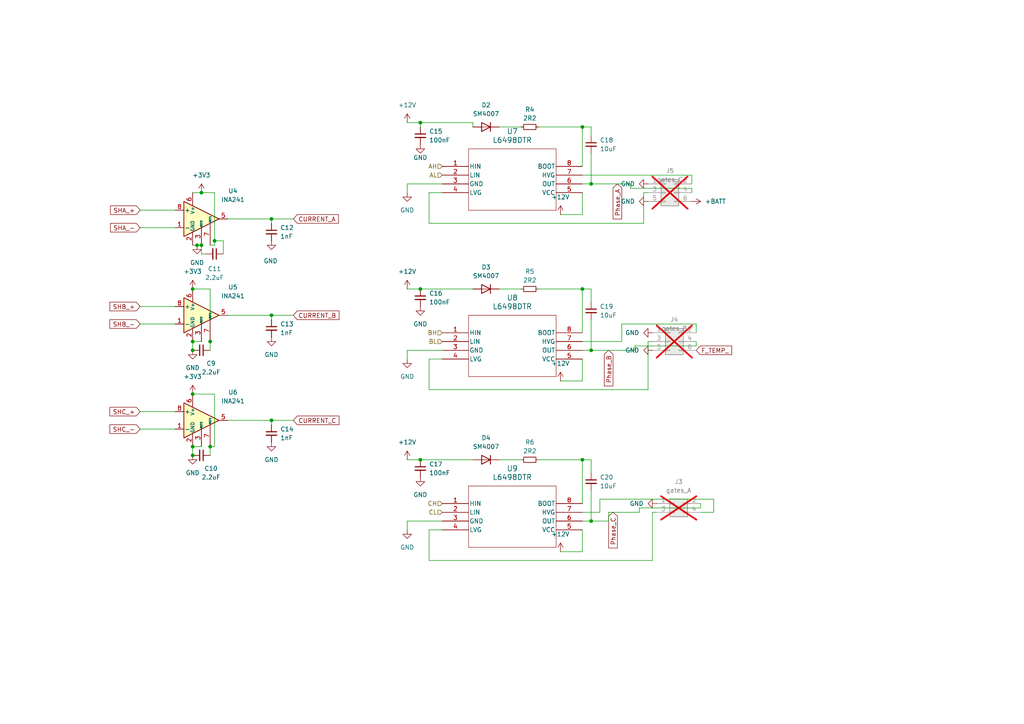
<source format=kicad_sch>
(kicad_sch (version 20250114) (generator "eeschema") (generator_version "9.0")
  (paper "A4")
  (lib_symbols
    (symbol "2024-07-24_06-31-23:L6498DTR" (pin_names (offset 0.254))
      (property "Reference" "U" (at 20.32 10.16 0))
      (property "Value" "L6498DTR" (at 20.32 7.62 0))
      (symbol "L6498DTR_0_1"
        (polyline (pts (xy 7.62 5.08) (xy 7.62 -12.7)) (stroke (width 0.127)))
        (polyline (pts (xy 7.62 -12.7) (xy 33.02 -12.7)) (stroke (width 0.127)))
        (polyline (pts (xy 33.02 5.08) (xy 7.62 5.08)) (stroke (width 0.127)))
        (polyline (pts (xy 33.02 -12.7) (xy 33.02 5.08)) (stroke (width 0.127)))
        (pin input line (at 0 0 0) (length 7.62) (name "HIN") (number "1"))
        (pin input line (at 0 -2.54 0) (length 7.62) (name "LIN") (number "2"))
        (pin power_out line (at 0 -5.08 0) (length 7.62) (name "GND") (number "3"))
        (pin output line (at 0 -7.62 0) (length 7.62) (name "LVG") (number "4"))
        (pin power_in line (at 40.64 0 180) (length 7.62) (name "BOOT") (number "8"))
        (pin output line (at 40.64 -2.54 180) (length 7.62) (name "HVG") (number "7"))
        (pin output line (at 40.64 -5.08 180) (length 7.62) (name "OUT") (number "6"))
        (pin power_in line (at 40.64 -7.62 180) (length 7.62) (name "VCC") (number "5"))
      )
    )
    (symbol "Amplifier_Current:INA240A1D" (pin_names (offset 0.127))
      (property "Reference" "U" (at 3.81 3.81 0))
      (property "Value" "INA240A1D" (at 3.81 -2.54 0))
      (symbol "INA240A1D_0_1"
        (polyline (pts (xy 5.08 0) (xy -5.08 5.08) (xy -5.08 -5.08) (xy 5.08 0)) (stroke (width 0.254)) (fill (type background)))
      )
      (symbol "INA240A1D_1_1"
        (pin input line (at -7.62 2.54 0) (length 2.54) (name "+") (number "8"))
        (pin input line (at -7.62 -2.54 0) (length 2.54) (name "-") (number "1"))
        (pin power_in line (at -2.54 7.62 270) (length 3.81) (name "V+") (number "6"))
        (pin power_in line (at -2.54 -7.62 90) (length 3.81) (name "GND") (number "2"))
        (pin passive line (at -2.54 -7.62 90) (length 3.81) (hide yes) (name "GND") (number "4"))
        (pin passive line (at 0 -7.62 90) (length 5.08) (name "REF2") (number "3"))
        (pin passive line (at 2.54 -7.62 90) (length 6.35) (name "REF1") (number "7"))
        (pin output line (at 7.62 0 180) (length 2.54) (name "~") (number "5"))
      )
    )
    (symbol "Connector_Generic:Conn_02x02_Odd_Even" (pin_names (offset 1.016) (hide yes))
      (property "Reference" "J" (at 1.27 2.54 0))
      (property "Value" "Conn_02x02_Odd_Even" (at 1.27 -5.08 0))
      (symbol "Conn_02x02_Odd_Even_1_1"
        (rectangle (start -1.27 1.27) (end 3.81 -3.81) (stroke (width 0.254)) (fill (type background)))
        (rectangle (start -1.27 0.127) (end 0 -0.127) (stroke (width 0.1524)))
        (rectangle (start -1.27 -2.413) (end 0 -2.667) (stroke (width 0.1524)))
        (rectangle (start 3.81 0.127) (end 2.54 -0.127) (stroke (width 0.1524)))
        (rectangle (start 3.81 -2.413) (end 2.54 -2.667) (stroke (width 0.1524)))
        (pin passive line (at -5.08 0 0) (length 3.81) (name "Pin_1") (number "1"))
        (pin passive line (at -5.08 -2.54 0) (length 3.81) (name "Pin_3") (number "3"))
        (pin passive line (at 7.62 0 180) (length 3.81) (name "Pin_2") (number "2"))
        (pin passive line (at 7.62 -2.54 180) (length 3.81) (name "Pin_4") (number "4"))
      )
    )
    (symbol "Connector_Generic:Conn_02x03_Odd_Even" (pin_names (offset 1.016) (hide yes))
      (property "Reference" "J" (at 1.27 5.08 0))
      (property "Value" "Conn_02x03_Odd_Even" (at 1.27 -5.08 0))
      (symbol "Conn_02x03_Odd_Even_1_1"
        (rectangle (start -1.27 3.81) (end 3.81 -3.81) (stroke (width 0.254)) (fill (type background)))
        (rectangle (start -1.27 2.667) (end 0 2.413) (stroke (width 0.1524)))
        (rectangle (start -1.27 0.127) (end 0 -0.127) (stroke (width 0.1524)))
        (rectangle (start -1.27 -2.413) (end 0 -2.667) (stroke (width 0.1524)))
        (rectangle (start 3.81 2.667) (end 2.54 2.413) (stroke (width 0.1524)))
        (rectangle (start 3.81 0.127) (end 2.54 -0.127) (stroke (width 0.1524)))
        (rectangle (start 3.81 -2.413) (end 2.54 -2.667) (stroke (width 0.1524)))
        (pin passive line (at -5.08 2.54 0) (length 3.81) (name "Pin_1") (number "1"))
        (pin passive line (at -5.08 0 0) (length 3.81) (name "Pin_3") (number "3"))
        (pin passive line (at -5.08 -2.54 0) (length 3.81) (name "Pin_5") (number "5"))
        (pin passive line (at 7.62 2.54 180) (length 3.81) (name "Pin_2") (number "2"))
        (pin passive line (at 7.62 0 180) (length 3.81) (name "Pin_4") (number "4"))
        (pin passive line (at 7.62 -2.54 180) (length 3.81) (name "Pin_6") (number "6"))
      )
    )
    (symbol "Device:C_Small" (pin_numbers (hide yes)) (pin_names (offset 0.254) (hide yes))
      (property "Reference" "C" (at 0.254 1.778 0))
      (property "Value" "C_Small" (at 0.254 -2.032 0))
      (symbol "C_Small_0_1"
        (polyline (pts (xy -1.524 0.508) (xy 1.524 0.508)) (stroke (width 0.3048)))
        (polyline (pts (xy -1.524 -0.508) (xy 1.524 -0.508)) (stroke (width 0.3302)))
      )
      (symbol "C_Small_1_1"
        (pin passive line (at 0 2.54 270) (length 2.032) (name "~") (number "1"))
        (pin passive line (at 0 -2.54 90) (length 2.032) (name "~") (number "2"))
      )
    )
    (symbol "Device:R_Small" (pin_numbers (hide yes)) (pin_names (offset 0.254) (hide yes))
      (property "Reference" "R" (at 0.762 0.508 0))
      (property "Value" "R_Small" (at 0.762 -1.016 0))
      (symbol "R_Small_0_1"
        (rectangle (start -0.762 1.778) (end 0.762 -1.778) (stroke (width 0.2032)))
      )
      (symbol "R_Small_1_1"
        (pin passive line (at 0 2.54 270) (length 0.762) (name "~") (number "1"))
        (pin passive line (at 0 -2.54 90) (length 0.762) (name "~") (number "2"))
      )
    )
    (symbol "Diode:SM4007" (pin_numbers (hide yes)) (pin_names (hide yes))
      (property "Reference" "D" (at 0 2.54 0))
      (property "Value" "SM4007" (at 0 -2.54 0))
      (symbol "SM4007_0_1"
        (polyline (pts (xy -1.27 1.27) (xy -1.27 -1.27)) (stroke (width 0.254)))
        (polyline (pts (xy 1.27 1.27) (xy 1.27 -1.27) (xy -1.27 0) (xy 1.27 1.27)) (stroke (width 0.254)))
        (polyline (pts (xy 1.27 0) (xy -1.27 0)))
      )
      (symbol "SM4007_1_1"
        (pin passive line (at -3.81 0 0) (length 2.54) (name "K") (number "1"))
        (pin passive line (at 3.81 0 180) (length 2.54) (name "A") (number "2"))
      )
    )
    (symbol "power:+12V" (power) (pin_numbers (hide yes)) (pin_names (offset 0) (hide yes))
      (property "Value" "+12V" (at 0 3.556 0))
      (symbol "+12V_0_1"
        (polyline (pts (xy -0.762 1.27) (xy 0 2.54)))
        (polyline (pts (xy 0 2.54) (xy 0.762 1.27)))
        (polyline (pts (xy 0 0) (xy 0 2.54)))
      )
      (symbol "+12V_1_1"
        (pin power_in line (at 0 0 90) (length 0) (name "~") (number "1"))
      )
    )
    (symbol "power:+3V3" (power) (pin_numbers (hide yes)) (pin_names (offset 0) (hide yes))
      (property "Value" "+3V3" (at 0 3.556 0))
      (symbol "+3V3_0_1"
        (polyline (pts (xy -0.762 1.27) (xy 0 2.54)))
        (polyline (pts (xy 0 2.54) (xy 0.762 1.27)))
        (polyline (pts (xy 0 0) (xy 0 2.54)))
      )
      (symbol "+3V3_1_1"
        (pin power_in line (at 0 0 90) (length 0) (name "~") (number "1"))
      )
    )
    (symbol "power:+BATT" (power) (pin_numbers (hide yes)) (pin_names (offset 0) (hide yes))
      (property "Value" "+BATT" (at 0 3.556 0))
      (symbol "+BATT_0_1"
        (polyline (pts (xy -0.762 1.27) (xy 0 2.54)))
        (polyline (pts (xy 0 2.54) (xy 0.762 1.27)))
        (polyline (pts (xy 0 0) (xy 0 2.54)))
      )
      (symbol "+BATT_1_1"
        (pin power_in line (at 0 0 90) (length 0) (name "~") (number "1"))
      )
    )
    (symbol "power:GND" (power) (pin_numbers (hide yes)) (pin_names (offset 0) (hide yes))
      (property "Value" "GND" (at 0 -3.81 0))
      (symbol "GND_0_1"
        (polyline (pts (xy 0 0) (xy 0 -1.27) (xy 1.27 -1.27) (xy 0 -2.54) (xy -1.27 -1.27) (xy 0 -1.27)))
      )
      (symbol "GND_1_1"
        (pin power_in line (at 0 0 270) (length 0) (name "~") (number "1"))
      )
    )
  )
  (junction (at 55.88 114.3))
  (junction (at 171.45 53.34))
  (junction (at 78.74 121.92))
  (junction (at 58.42 55.88))
  (junction (at 55.88 99.06))
  (junction (at 121.92 83.82))
  (junction (at 60.96 129.54))
  (junction (at 78.74 91.44))
  (junction (at 168.91 83.82))
  (junction (at 57.15 71.12))
  (junction (at 121.92 133.35))
  (junction (at 58.42 71.12))
  (junction (at 78.74 63.5))
  (junction (at 60.96 99.06))
  (junction (at 168.91 36.83))
  (junction (at 171.45 101.6))
  (junction (at 55.88 83.82))
  (junction (at 55.88 132.08))
  (junction (at 55.88 129.54))
  (junction (at 55.88 101.6))
  (junction (at 62.23 69.85))
  (junction (at 168.91 133.35))
  (junction (at 171.45 151.13))
  (junction (at 121.92 35.56))
  (wire (pts (xy 124.46 55.88) (xy 128.27 55.88)))
  (wire (pts (xy 78.74 121.92) (xy 85.09 121.92)))
  (wire (pts (xy 185.42 147.32) (xy 203.2 147.32)))
  (wire (pts (xy 168.91 50.8) (xy 200.66 50.8)))
  (wire (pts (xy 60.96 83.82) (xy 55.88 83.82)))
  (wire (pts (xy 124.46 162.56) (xy 189.23 162.56)))
  (wire (pts (xy 78.74 63.5) (xy 78.74 64.77)))
  (wire (pts (xy 78.74 63.5) (xy 85.09 63.5)))
  (wire (pts (xy 186.69 55.88) (xy 186.69 64.77)))
  (wire (pts (xy 176.53 148.59) (xy 185.42 148.59)))
  (wire (pts (xy 118.11 83.82) (xy 121.92 83.82)))
  (wire (pts (xy 171.45 36.83) (xy 171.45 39.37)))
  (wire (pts (xy 55.88 114.3) (xy 62.23 114.3)))
  (wire (pts (xy 62.23 69.85) (xy 62.23 71.12)))
  (wire (pts (xy 55.88 99.06) (xy 55.88 101.6)))
  (wire (pts (xy 121.92 83.82) (xy 137.16 83.82)))
  (wire (pts (xy 156.21 83.82) (xy 168.91 83.82)))
  (wire (pts (xy 201.93 100.33) (xy 201.93 99.06)))
  (wire (pts (xy 171.45 53.34) (xy 182.88 53.34)))
  (wire (pts (xy 62.23 71.12) (xy 60.96 71.12)))
  (wire (pts (xy 124.46 64.77) (xy 186.69 64.77)))
  (wire (pts (xy 189.23 99.06) (xy 187.96 99.06)))
  (wire (pts (xy 168.91 99.06) (xy 180.34 99.06)))
  (wire (pts (xy 168.91 55.88) (xy 168.91 62.23)))
  (wire (pts (xy 62.23 129.54) (xy 60.96 129.54)))
  (wire (pts (xy 168.91 148.59) (xy 173.99 148.59)))
  (wire (pts (xy 55.88 129.54) (xy 58.42 129.54)))
  (wire (pts (xy 173.99 144.78) (xy 173.99 148.59)))
  (wire (pts (xy 55.88 71.12) (xy 57.15 71.12)))
  (wire (pts (xy 64.77 69.85) (xy 64.77 73.66)))
  (wire (pts (xy 184.15 100.33) (xy 201.93 100.33)))
  (wire (pts (xy 168.91 110.49) (xy 162.56 110.49)))
  (wire (pts (xy 66.04 63.5) (xy 78.74 63.5)))
  (wire (pts (xy 118.11 53.34) (xy 118.11 55.88)))
  (wire (pts (xy 40.64 88.9) (xy 50.8 88.9)))
  (wire (pts (xy 189.23 148.59) (xy 190.5 148.59)))
  (wire (pts (xy 168.91 83.82) (xy 171.45 83.82)))
  (wire (pts (xy 176.53 151.13) (xy 171.45 151.13)))
  (wire (pts (xy 118.11 101.6) (xy 118.11 104.14)))
  (wire (pts (xy 62.23 69.85) (xy 64.77 69.85)))
  (wire (pts (xy 78.74 91.44) (xy 85.09 91.44)))
  (wire (pts (xy 137.16 35.56) (xy 137.16 36.83)))
  (wire (pts (xy 144.78 133.35) (xy 151.13 133.35)))
  (wire (pts (xy 168.91 151.13) (xy 171.45 151.13)))
  (wire (pts (xy 189.23 148.59) (xy 189.23 162.56)))
  (wire (pts (xy 57.15 71.12) (xy 58.42 71.12)))
  (wire (pts (xy 171.45 133.35) (xy 171.45 137.16)))
  (wire (pts (xy 124.46 113.03) (xy 187.96 113.03)))
  (wire (pts (xy 168.91 153.67) (xy 168.91 160.02)))
  (wire (pts (xy 40.64 124.46) (xy 50.8 124.46)))
  (wire (pts (xy 176.53 151.13) (xy 176.53 148.59)))
  (wire (pts (xy 168.91 36.83) (xy 171.45 36.83)))
  (wire (pts (xy 168.91 133.35) (xy 168.91 146.05)))
  (wire (pts (xy 118.11 151.13) (xy 118.11 153.67)))
  (wire (pts (xy 168.91 160.02) (xy 162.56 160.02)))
  (wire (pts (xy 201.93 93.98) (xy 201.93 96.52)))
  (wire (pts (xy 200.66 55.88) (xy 200.66 54.61)))
  (wire (pts (xy 207.01 144.78) (xy 173.99 144.78)))
  (wire (pts (xy 78.74 91.44) (xy 78.74 92.71)))
  (wire (pts (xy 200.66 54.61) (xy 182.88 54.61)))
  (wire (pts (xy 185.42 148.59) (xy 185.42 147.32)))
  (wire (pts (xy 60.96 99.06) (xy 60.96 83.82)))
  (wire (pts (xy 121.92 35.56) (xy 121.92 36.83)))
  (wire (pts (xy 124.46 153.67) (xy 128.27 153.67)))
  (wire (pts (xy 203.2 146.05) (xy 203.2 147.32)))
  (wire (pts (xy 168.91 133.35) (xy 171.45 133.35)))
  (wire (pts (xy 187.96 99.06) (xy 187.96 113.03)))
  (wire (pts (xy 156.21 36.83) (xy 168.91 36.83)))
  (wire (pts (xy 168.91 62.23) (xy 162.56 62.23)))
  (wire (pts (xy 124.46 104.14) (xy 128.27 104.14)))
  (wire (pts (xy 118.11 133.35) (xy 121.92 133.35)))
  (wire (pts (xy 60.96 99.06) (xy 60.96 101.6)))
  (wire (pts (xy 207.01 148.59) (xy 207.01 144.78)))
  (wire (pts (xy 182.88 53.34) (xy 182.88 54.61)))
  (wire (pts (xy 121.92 35.56) (xy 137.16 35.56)))
  (wire (pts (xy 40.64 66.04) (xy 50.8 66.04)))
  (wire (pts (xy 180.34 93.98) (xy 201.93 93.98)))
  (wire (pts (xy 55.88 129.54) (xy 55.88 132.08)))
  (wire (pts (xy 184.15 101.6) (xy 184.15 100.33)))
  (wire (pts (xy 144.78 83.82) (xy 151.13 83.82)))
  (wire (pts (xy 60.96 129.54) (xy 60.96 132.08)))
  (wire (pts (xy 184.15 101.6) (xy 171.45 101.6)))
  (wire (pts (xy 121.92 133.35) (xy 137.16 133.35)))
  (wire (pts (xy 58.42 71.12) (xy 58.42 73.66)))
  (wire (pts (xy 200.66 53.34) (xy 200.66 50.8)))
  (wire (pts (xy 168.91 53.34) (xy 171.45 53.34)))
  (wire (pts (xy 168.91 101.6) (xy 171.45 101.6)))
  (wire (pts (xy 40.64 93.98) (xy 50.8 93.98)))
  (wire (pts (xy 168.91 36.83) (xy 168.91 48.26)))
  (wire (pts (xy 55.88 99.06) (xy 58.42 99.06)))
  (wire (pts (xy 78.74 121.92) (xy 78.74 123.19)))
  (wire (pts (xy 40.64 60.96) (xy 50.8 60.96)))
  (wire (pts (xy 118.11 35.56) (xy 121.92 35.56)))
  (wire (pts (xy 187.96 55.88) (xy 186.69 55.88)))
  (wire (pts (xy 171.45 142.24) (xy 171.45 151.13)))
  (wire (pts (xy 171.45 83.82) (xy 171.45 87.63)))
  (wire (pts (xy 168.91 83.82) (xy 168.91 96.52)))
  (wire (pts (xy 128.27 53.34) (xy 118.11 53.34)))
  (wire (pts (xy 62.23 55.88) (xy 58.42 55.88)))
  (wire (pts (xy 171.45 44.45) (xy 171.45 53.34)))
  (wire (pts (xy 156.21 133.35) (xy 168.91 133.35)))
  (wire (pts (xy 128.27 101.6) (xy 118.11 101.6)))
  (wire (pts (xy 180.34 93.98) (xy 180.34 99.06)))
  (wire (pts (xy 203.2 148.59) (xy 207.01 148.59)))
  (wire (pts (xy 128.27 151.13) (xy 118.11 151.13)))
  (wire (pts (xy 62.23 55.88) (xy 62.23 69.85)))
  (wire (pts (xy 58.42 73.66) (xy 59.69 73.66)))
  (wire (pts (xy 124.46 104.14) (xy 124.46 113.03)))
  (wire (pts (xy 124.46 162.56) (xy 124.46 153.67)))
  (wire (pts (xy 58.42 55.88) (xy 55.88 55.88)))
  (wire (pts (xy 62.23 114.3) (xy 62.23 129.54)))
  (wire (pts (xy 40.64 119.38) (xy 50.8 119.38)))
  (wire (pts (xy 124.46 64.77) (xy 124.46 55.88)))
  (wire (pts (xy 144.78 36.83) (xy 151.13 36.83)))
  (wire (pts (xy 168.91 104.14) (xy 168.91 110.49)))
  (wire (pts (xy 66.04 121.92) (xy 78.74 121.92)))
  (wire (pts (xy 66.04 91.44) (xy 78.74 91.44)))
  (wire (pts (xy 171.45 92.71) (xy 171.45 101.6)))
  (global_label "CURRENT_A" (shape input) (at 85.09 63.5 0) (property "Intersheetrefs" "${INTERSHEET_REFS}" (effects (hide yes))))
  (global_label "CURRENT_C" (shape input) (at 85.09 121.92 0) (property "Intersheetrefs" "${INTERSHEET_REFS}" (effects (hide yes))))
  (global_label "SHC_+" (shape input) (at 40.64 119.38 180) (property "Intersheetrefs" "${INTERSHEET_REFS}" (effects (hide yes))))
  (global_label "Phase_B" (shape input) (at 176.53 101.6 270) (property "Intersheetrefs" "${INTERSHEET_REFS}" (effects (hide yes))))
  (global_label "SHB_-" (shape input) (at 40.64 93.98 180) (property "Intersheetrefs" "${INTERSHEET_REFS}" (effects (hide yes))))
  (global_label "SHC_-" (shape input) (at 40.64 124.46 180) (property "Intersheetrefs" "${INTERSHEET_REFS}" (effects (hide yes))))
  (global_label "CURRENT_B" (shape input) (at 85.09 91.44 0) (property "Intersheetrefs" "${INTERSHEET_REFS}" (effects (hide yes))))
  (global_label "SHA_-" (shape input) (at 40.64 66.04 180) (property "Intersheetrefs" "${INTERSHEET_REFS}" (effects (hide yes))))
  (global_label "SHA_+" (shape input) (at 40.64 60.96 180) (property "Intersheetrefs" "${INTERSHEET_REFS}" (effects (hide yes))))
  (global_label "Phase_A" (shape input) (at 179.07 53.34 270) (property "Intersheetrefs" "${INTERSHEET_REFS}" (effects (hide yes))))
  (global_label "Phase_C" (shape input) (at 177.8 148.59 270) (property "Intersheetrefs" "${INTERSHEET_REFS}" (effects (hide yes))))
  (global_label "SHB_+" (shape input) (at 40.64 88.9 180) (property "Intersheetrefs" "${INTERSHEET_REFS}" (effects (hide yes))))
  (global_label "F_TEMP_" (shape input) (at 201.93 101.6 0) (property "Intersheetrefs" "${INTERSHEET_REFS}" (effects (hide yes))))
  (hierarchical_label "CL" (shape input) (at 128.27 148.59 180))
  (hierarchical_label "CH" (shape input) (at 128.27 146.05 180))
  (hierarchical_label "AH" (shape input) (at 128.27 48.26 180))
  (hierarchical_label "BL" (shape input) (at 128.27 99.06 180))
  (hierarchical_label "BH" (shape input) (at 128.27 96.52 180))
  (hierarchical_label "AL" (shape input) (at 128.27 50.8 180))
  (symbol (lib_id "power:GND") (at 78.74 97.79 0) (unit 1)
    (property "Reference" "#PWR023" (effects (hide yes)))
    (property "Value" "GND" (at 78.74 102.87 0))
    (property "Description" "Power symbol creates a global label with name \"GND\" , ground" (effects (hide yes)))
  )
  (symbol (lib_id "Device:C_Small") (at 121.92 39.37 0) (unit 1)
    (property "Reference" "C15" (at 124.46 38.1062 0) (effects (justify left)))
    (property "Value" "100nF" (at 124.46 40.6462 0) (effects (justify left)))
    (property "Footprint" "Capacitor_SMD:C_0603_1608Metric" (effects (hide yes)))
    (property "Description" "Unpolarized capacitor, small symbol" (effects (hide yes)))
    (property "LCSC" "C14663" (effects (hide yes)))
  )
  (symbol (lib_id "power:+12V") (at 162.56 160.02 0) (unit 1)
    (property "Reference" "#PWR036" (effects (hide yes)))
    (property "Value" "+12V" (at 162.56 154.94 0))
    (property "Description" "Power symbol creates a global label with name \"+12V\"" (effects (hide yes)))
  )
  (symbol (lib_id "power:+3V3") (at 55.88 114.3 0) (unit 1)
    (property "Reference" "#PWR018" (effects (hide yes)))
    (property "Value" "+3V3" (at 55.88 109.22 0))
    (property "Description" "Power symbol creates a global label with name \"+3V3\"" (effects (hide yes)))
  )
  (symbol (lib_id "power:GND") (at 187.96 58.42 270) (unit 1)
    (property "Reference" "#PWR042" (effects (hide yes)))
    (property "Value" "GND" (at 184.15 58.4199 90) (effects (justify right)))
    (property "Description" "Power symbol creates a global label with name \"GND\" , ground" (effects (hide yes)))
  )
  (symbol (lib_id "power:GND") (at 121.92 138.43 0) (unit 1)
    (property "Reference" "#PWR033" (effects (hide yes)))
    (property "Value" "GND" (at 121.92 143.51 0))
    (property "Description" "Power symbol creates a global label with name \"GND\" , ground" (effects (hide yes)))
  )
  (symbol (lib_id "Device:C_Small") (at 121.92 86.36 0) (unit 1)
    (property "Reference" "C16" (at 124.46 85.0962 0) (effects (justify left)))
    (property "Value" "100nF" (at 124.46 87.6362 0) (effects (justify left)))
    (property "Footprint" "Capacitor_SMD:C_0603_1608Metric" (effects (hide yes)))
    (property "Description" "Unpolarized capacitor, small symbol" (effects (hide yes)))
    (property "LCSC" "C14663" (effects (hide yes)))
  )
  (symbol (lib_id "Device:C_Small") (at 171.45 41.91 0) (unit 1)
    (property "Reference" "C18" (at 173.99 40.6462 0) (effects (justify left)))
    (property "Value" "10uF" (at 173.99 43.1862 0) (effects (justify left)))
    (property "Footprint" "Capacitor_SMD:C_0603_1608Metric" (effects (hide yes)))
    (property "Description" "Unpolarized capacitor, small symbol" (effects (hide yes)))
    (property "LCSC" "C96446" (effects (hide yes)))
  )
  (symbol (lib_id "Device:R_Small") (at 153.67 36.83 90) (unit 1)
    (property "Reference" "R4" (at 153.67 31.75 90))
    (property "Value" "2R2" (at 153.67 34.29 90))
    (property "Footprint" "Resistor_SMD:R_0603_1608Metric" (effects (hide yes)))
    (property "Description" "Resistor, small symbol" (effects (hide yes)))
    (property "LCSC" " C22939" (effects (hide yes)))
  )
  (symbol (lib_id "Connector_Generic:Conn_02x02_Odd_Even") (at 195.58 146.05 0) (unit 1) (dnp yes)
    (property "Reference" "J3" (at 196.85 139.7 0))
    (property "Value" "gates_A" (at 196.85 142.24 0))
    (property "Footprint" "Connector_PinHeader_2.00mm:PinHeader_2x02_P2.00mm_Vertical_SMD" (effects (hide yes)))
    (property "Description" "Generic connector, double row, 02x02, odd/even pin numbering scheme (row 1 odd numbers, row 2 even numbers), script generated (kicad-library-utils/schlib/autogen/connector/)" (effects (hide yes)))
  )
  (symbol (lib_id "Device:R_Small") (at 153.67 133.35 90) (unit 1)
    (property "Reference" "R6" (at 153.67 128.27 90))
    (property "Value" "2R2" (at 153.67 130.81 90))
    (property "Footprint" "Resistor_SMD:R_0603_1608Metric" (effects (hide yes)))
    (property "Description" "Resistor, small symbol" (effects (hide yes)))
    (property "LCSC" " C22939" (effects (hide yes)))
  )
  (symbol (lib_id "Connector_Generic:Conn_02x03_Odd_Even") (at 193.04 55.88 0) (unit 1) (dnp yes)
    (property "Reference" "J5" (at 194.31 49.53 0))
    (property "Value" "gates_C" (at 194.31 52.07 0))
    (property "Footprint" "Connector_PinSocket_2.00mm:PinSocket_2x03_P2.00mm_Vertical_SMD" (effects (hide yes)))
    (property "Description" "Generic connector, double row, 02x03, odd/even pin numbering scheme (row 1 odd numbers, row 2 even numbers), script generated (kicad-library-utils/schlib/autogen/connector/)" (effects (hide yes)))
  )
  (symbol (lib_id "2024-07-24_06-31-23:L6498DTR") (at 128.27 96.52 0) (unit 1)
    (property "Reference" "U8" (at 148.59 86.36 0) (effects (font (size 1.524 1.524))))
    (property "Value" "L6498DTR" (at 148.59 88.9 0) (effects (font (size 1.524 1.524))))
    (property "Footprint" "Package_SO:SOIC-8_3.9x4.9mm_P1.27mm" (effects (hide yes)))
    (property "Datasheet" "L6498DTR" (effects (hide yes)))
    (property "LCSC" "C500658" (effects (hide yes)))
  )
  (symbol (lib_id "Device:C_Small") (at 78.74 95.25 0) (unit 1)
    (property "Reference" "C13" (at 81.28 93.9862 0) (effects (justify left)))
    (property "Value" "1nF" (at 81.28 96.5262 0) (effects (justify left)))
    (property "Footprint" "Capacitor_SMD:C_0603_1608Metric" (effects (hide yes)))
    (property "Description" "Unpolarized capacitor, small symbol" (effects (hide yes)))
    (property "LCSC" " C1588" (effects (hide yes)))
  )
  (symbol (lib_id "Device:C_Small") (at 78.74 67.31 0) (unit 1)
    (property "Reference" "C12" (at 81.28 66.0462 0) (effects (justify left)))
    (property "Value" "1nF" (at 81.28 68.5862 0) (effects (justify left)))
    (property "Footprint" "Capacitor_SMD:C_0603_1608Metric" (effects (hide yes)))
    (property "Description" "Unpolarized capacitor, small symbol" (effects (hide yes)))
    (property "LCSC" " C1588" (effects (hide yes)))
  )
  (symbol (lib_id "Device:C_Small") (at 171.45 139.7 0) (unit 1)
    (property "Reference" "C20" (at 173.99 138.4362 0) (effects (justify left)))
    (property "Value" "10uF" (at 173.99 140.9762 0) (effects (justify left)))
    (property "Footprint" "Capacitor_SMD:C_0603_1608Metric" (effects (hide yes)))
    (property "Description" "Unpolarized capacitor, small symbol" (effects (hide yes)))
    (property "LCSC" "C96446" (effects (hide yes)))
  )
  (symbol (lib_id "power:GND") (at 118.11 55.88 0) (unit 1)
    (property "Reference" "#PWR026" (effects (hide yes)))
    (property "Value" "GND" (at 118.11 60.96 0))
    (property "Description" "Power symbol creates a global label with name \"GND\" , ground" (effects (hide yes)))
  )
  (symbol (lib_id "power:GND") (at 187.96 53.34 270) (unit 1)
    (property "Reference" "#PWR039" (effects (hide yes)))
    (property "Value" "GND" (at 184.15 53.3399 90) (effects (justify right)))
    (property "Description" "Power symbol creates a global label with name \"GND\" , ground" (effects (hide yes)))
  )
  (symbol (lib_id "power:+12V") (at 162.56 62.23 0) (unit 1)
    (property "Reference" "#PWR034" (effects (hide yes)))
    (property "Value" "+12V" (at 162.56 57.15 0))
    (property "Description" "Power symbol creates a global label with name \"+12V\"" (effects (hide yes)))
  )
  (symbol (lib_id "power:+3V3") (at 58.42 55.88 0) (unit 1)
    (property "Reference" "#PWR021" (effects (hide yes)))
    (property "Value" "+3V3" (at 58.42 50.8 0))
    (property "Description" "Power symbol creates a global label with name \"+3V3\"" (effects (hide yes)))
  )
  (symbol (lib_id "power:GND") (at 55.88 101.6 0) (unit 1)
    (property "Reference" "#PWR017" (effects (hide yes)))
    (property "Value" "GND" (at 55.88 106.68 0))
    (property "Description" "Power symbol creates a global label with name \"GND\" , ground" (effects (hide yes)))
  )
  (symbol (lib_id "Connector_Generic:Conn_02x03_Odd_Even") (at 194.31 99.06 0) (unit 1) (dnp yes)
    (property "Reference" "J4" (at 195.58 92.71 0))
    (property "Value" "gates_B" (at 195.58 95.25 0))
    (property "Footprint" "Connector_PinSocket_2.00mm:PinSocket_2x03_P2.00mm_Vertical_SMD" (effects (hide yes)))
    (property "Description" "Generic connector, double row, 02x03, odd/even pin numbering scheme (row 1 odd numbers, row 2 even numbers), script generated (kicad-library-utils/schlib/autogen/connector/)" (effects (hide yes)))
  )
  (symbol (lib_id "power:GND") (at 189.23 96.52 270) (unit 1)
    (property "Reference" "#PWR040" (effects (hide yes)))
    (property "Value" "GND" (at 185.42 96.5199 90) (effects (justify right)))
    (property "Description" "Power symbol creates a global label with name \"GND\" , ground" (effects (hide yes)))
  )
  (symbol (lib_id "Amplifier_Current:INA240A1D") (at 58.42 121.92 0) (unit 1)
    (property "Reference" "U6" (at 67.564 113.792 0))
    (property "Value" "INA241" (at 67.564 116.332 0))
    (property "Footprint" "Package_TO_SOT_SMD:SOT-23-8" (effects (hide yes)))
    (property "Datasheet" "http://www.ti.com/lit/ds/symlink/ina240.pdf" (effects (hide yes)))
    (property "Description" "High- and Low-Side, Bidirectional, Zero-Drift, Current-Sense Amplifier With Enhanced PWM Rejection, 20V/V, SOIC-8" (effects (hide yes)))
    (property "LCSC" "C6051860" (effects (hide yes)))
  )
  (symbol (lib_id "Device:C_Small") (at 62.23 73.66 270) (unit 1)
    (property "Reference" "C11" (at 62.23 77.978 90))
    (property "Value" "2.2uF" (at 62.23 80.518 90))
    (property "Footprint" "Capacitor_SMD:C_0603_1608Metric" (effects (hide yes)))
    (property "Description" "Unpolarized capacitor, small symbol" (effects (hide yes)))
    (property "LCSC" "C23630" (effects (hide yes)))
  )
  (symbol (lib_id "power:+12V") (at 118.11 133.35 0) (unit 1)
    (property "Reference" "#PWR029" (effects (hide yes)))
    (property "Value" "+12V" (at 118.11 128.27 0))
    (property "Description" "Power symbol creates a global label with name \"+12V\"" (effects (hide yes)))
  )
  (symbol (lib_id "power:GND") (at 118.11 104.14 0) (unit 1)
    (property "Reference" "#PWR028" (effects (hide yes)))
    (property "Value" "GND" (at 118.11 109.22 0))
    (property "Description" "Power symbol creates a global label with name \"GND\" , ground" (effects (hide yes)))
  )
  (symbol (lib_id "power:GND") (at 118.11 153.67 0) (unit 1)
    (property "Reference" "#PWR030" (effects (hide yes)))
    (property "Value" "GND" (at 118.11 158.75 0))
    (property "Description" "Power symbol creates a global label with name \"GND\" , ground" (effects (hide yes)))
  )
  (symbol (lib_id "power:GND") (at 57.15 71.12 0) (unit 1)
    (property "Reference" "#PWR020" (effects (hide yes)))
    (property "Value" "GND" (at 57.15 76.2 0))
    (property "Description" "Power symbol creates a global label with name \"GND\" , ground" (effects (hide yes)))
  )
  (symbol (lib_id "Amplifier_Current:INA240A1D") (at 58.42 63.5 0) (unit 1)
    (property "Reference" "U4" (at 67.564 55.372 0))
    (property "Value" "INA241" (at 67.564 57.912 0))
    (property "Footprint" "Package_TO_SOT_SMD:SOT-23-8" (effects (hide yes)))
    (property "Datasheet" "http://www.ti.com/lit/ds/symlink/ina240.pdf" (effects (hide yes)))
    (property "Description" "High- and Low-Side, Bidirectional, Zero-Drift, Current-Sense Amplifier With Enhanced PWM Rejection, 20V/V, SOIC-8" (effects (hide yes)))
    (property "LCSC" "C6051860" (effects (hide yes)))
  )
  (symbol (lib_id "2024-07-24_06-31-23:L6498DTR") (at 128.27 146.05 0) (unit 1)
    (property "Reference" "U9" (at 148.59 135.89 0) (effects (font (size 1.524 1.524))))
    (property "Value" "L6498DTR" (at 148.59 138.43 0) (effects (font (size 1.524 1.524))))
    (property "Footprint" "Package_SO:SOIC-8_3.9x4.9mm_P1.27mm" (effects (hide yes)))
    (property "Datasheet" "L6498DTR" (effects (hide yes)))
    (property "LCSC" "C500658" (effects (hide yes)))
  )
  (symbol (lib_id "power:GND") (at 121.92 41.91 0) (unit 1)
    (property "Reference" "#PWR031" (effects (hide yes)))
    (property "Value" "GND" (at 121.92 45.72 0))
    (property "Description" "Power symbol creates a global label with name \"GND\" , ground" (effects (hide yes)))
  )
  (symbol (lib_id "2024-07-24_06-31-23:L6498DTR") (at 128.27 48.26 0) (unit 1)
    (property "Reference" "U7" (at 148.59 38.1 0) (effects (font (size 1.524 1.524))))
    (property "Value" "L6498DTR" (at 148.59 40.64 0) (effects (font (size 1.524 1.524))))
    (property "Footprint" "Package_SO:SOIC-8_3.9x4.9mm_P1.27mm" (effects (hide yes)))
    (property "Datasheet" "L6498DTR" (effects (hide yes)))
    (property "LCSC" "C500658" (effects (hide yes)))
  )
  (symbol (lib_id "Diode:SM4007") (at 140.97 83.82 180) (unit 1)
    (property "Reference" "D3" (at 140.97 77.47 0))
    (property "Value" "SM4007" (at 140.97 80.01 0))
    (property "Footprint" "Diode_SMD:D_MELF" (effects (hide yes)))
    (property "Datasheet" "http://cdn-reichelt.de/documents/datenblatt/A400/SMD1N400%23DIO.pdf" (effects (hide yes)))
    (property "Description" "1000V 1A General Purpose Rectifier Diode, MELF" (effects (hide yes)))
    (property "Sim.Device" "D" (effects (hide yes)))
    (property "Sim.Pins" "1=K 2=A" (effects (hide yes)))
    (property "LCSC" " C412437" (effects (hide yes)))
  )
  (symbol (lib_id "Device:C_Small") (at 171.45 90.17 0) (unit 1)
    (property "Reference" "C19" (at 173.99 88.9062 0) (effects (justify left)))
    (property "Value" "10uF" (at 173.99 91.4462 0) (effects (justify left)))
    (property "Footprint" "Capacitor_SMD:C_0603_1608Metric" (effects (hide yes)))
    (property "Description" "Unpolarized capacitor, small symbol" (effects (hide yes)))
    (property "LCSC" "C96446" (effects (hide yes)))
  )
  (symbol (lib_id "power:GND") (at 78.74 69.85 0) (unit 1)
    (property "Reference" "#PWR022" (effects (hide yes)))
    (property "Value" "GND" (at 78.486 75.692 0))
    (property "Description" "Power symbol creates a global label with name \"GND\" , ground" (effects (hide yes)))
  )
  (symbol (lib_id "Device:C_Small") (at 78.74 125.73 0) (unit 1)
    (property "Reference" "C14" (at 81.28 124.4662 0) (effects (justify left)))
    (property "Value" "1nF" (at 81.28 127.0062 0) (effects (justify left)))
    (property "Footprint" "Capacitor_SMD:C_0603_1608Metric" (effects (hide yes)))
    (property "Description" "Unpolarized capacitor, small symbol" (effects (hide yes)))
    (property "LCSC" " C1588" (effects (hide yes)))
  )
  (symbol (lib_id "power:GND") (at 78.74 128.27 0) (unit 1)
    (property "Reference" "#PWR024" (effects (hide yes)))
    (property "Value" "GND" (at 78.74 133.35 0))
    (property "Description" "Power symbol creates a global label with name \"GND\" , ground" (effects (hide yes)))
  )
  (symbol (lib_id "Device:C_Small") (at 58.42 101.6 270) (unit 1)
    (property "Reference" "C9" (at 61.214 105.41 90))
    (property "Value" "2.2uF" (at 61.214 107.95 90))
    (property "Footprint" "Capacitor_SMD:C_0603_1608Metric" (effects (hide yes)))
    (property "Description" "Unpolarized capacitor, small symbol" (effects (hide yes)))
    (property "LCSC" "C23630" (effects (hide yes)))
  )
  (symbol (lib_id "Device:C_Small") (at 121.92 135.89 0) (unit 1)
    (property "Reference" "C17" (at 124.46 134.6262 0) (effects (justify left)))
    (property "Value" "100nF" (at 124.46 137.1662 0) (effects (justify left)))
    (property "Footprint" "Capacitor_SMD:C_0603_1608Metric" (effects (hide yes)))
    (property "Description" "Unpolarized capacitor, small symbol" (effects (hide yes)))
    (property "LCSC" "C14663" (effects (hide yes)))
  )
  (symbol (lib_id "power:GND") (at 190.5 146.05 270) (unit 1)
    (property "Reference" "#PWR041" (effects (hide yes)))
    (property "Value" "GND" (at 186.69 146.0499 90) (effects (justify right)))
    (property "Description" "Power symbol creates a global label with name \"GND\" , ground" (effects (hide yes)))
  )
  (symbol (lib_id "Diode:SM4007") (at 140.97 133.35 180) (unit 1)
    (property "Reference" "D4" (at 140.97 127 0))
    (property "Value" "SM4007" (at 140.97 129.54 0))
    (property "Footprint" "Diode_SMD:D_MELF" (effects (hide yes)))
    (property "Datasheet" "http://cdn-reichelt.de/documents/datenblatt/A400/SMD1N400%23DIO.pdf" (effects (hide yes)))
    (property "Description" "1000V 1A General Purpose Rectifier Diode, MELF" (effects (hide yes)))
    (property "Sim.Device" "D" (effects (hide yes)))
    (property "Sim.Pins" "1=K 2=A" (effects (hide yes)))
    (property "LCSC" " C412437" (effects (hide yes)))
  )
  (symbol (lib_id "power:GND") (at 189.23 101.6 270) (unit 1)
    (property "Reference" "#PWR037" (effects (hide yes)))
    (property "Value" "GND" (at 185.42 101.5999 90) (effects (justify right)))
    (property "Description" "Power symbol creates a global label with name \"GND\" , ground" (effects (hide yes)))
  )
  (symbol (lib_id "power:+12V") (at 118.11 35.56 0) (unit 1)
    (property "Reference" "#PWR025" (effects (hide yes)))
    (property "Value" "+12V" (at 118.11 30.48 0))
    (property "Description" "Power symbol creates a global label with name \"+12V\"" (effects (hide yes)))
  )
  (symbol (lib_id "Device:C_Small") (at 58.42 132.08 270) (unit 1)
    (property "Reference" "C10" (at 61.214 135.89 90))
    (property "Value" "2.2uF" (at 61.214 138.43 90))
    (property "Footprint" "Capacitor_SMD:C_0603_1608Metric" (effects (hide yes)))
    (property "Description" "Unpolarized capacitor, small symbol" (effects (hide yes)))
    (property "LCSC" "C23630" (effects (hide yes)))
  )
  (symbol (lib_id "power:+12V") (at 162.56 110.49 0) (unit 1)
    (property "Reference" "#PWR035" (effects (hide yes)))
    (property "Value" "+12V" (at 162.56 105.41 0))
    (property "Description" "Power symbol creates a global label with name \"+12V\"" (effects (hide yes)))
  )
  (symbol (lib_id "power:+12V") (at 118.11 83.82 0) (unit 1)
    (property "Reference" "#PWR027" (effects (hide yes)))
    (property "Value" "+12V" (at 118.11 78.74 0))
    (property "Description" "Power symbol creates a global label with name \"+12V\"" (effects (hide yes)))
  )
  (symbol (lib_id "Device:R_Small") (at 153.67 83.82 90) (unit 1)
    (property "Reference" "R5" (at 153.67 78.74 90))
    (property "Value" "2R2" (at 153.67 81.28 90))
    (property "Footprint" "Resistor_SMD:R_0603_1608Metric" (effects (hide yes)))
    (property "Description" "Resistor, small symbol" (effects (hide yes)))
    (property "LCSC" " C22939" (effects (hide yes)))
  )
  (symbol (lib_id "power:+3V3") (at 55.88 83.82 0) (unit 1)
    (property "Reference" "#PWR016" (effects (hide yes)))
    (property "Value" "+3V3" (at 55.88 78.74 0))
    (property "Description" "Power symbol creates a global label with name \"+3V3\"" (effects (hide yes)))
  )
  (symbol (lib_id "Amplifier_Current:INA240A1D") (at 58.42 91.44 0) (unit 1)
    (property "Reference" "U5" (at 67.564 83.312 0))
    (property "Value" "INA241" (at 67.564 85.852 0))
    (property "Footprint" "Package_TO_SOT_SMD:SOT-23-8" (effects (hide yes)))
    (property "Datasheet" "http://www.ti.com/lit/ds/symlink/ina240.pdf" (effects (hide yes)))
    (property "Description" "High- and Low-Side, Bidirectional, Zero-Drift, Current-Sense Amplifier With Enhanced PWM Rejection, 20V/V, SOIC-8" (effects (hide yes)))
    (property "LCSC" "C6051860" (effects (hide yes)))
  )
  (symbol (lib_id "power:GND") (at 55.88 132.08 0) (unit 1)
    (property "Reference" "#PWR019" (effects (hide yes)))
    (property "Value" "GND" (at 55.88 137.16 0))
    (property "Description" "Power symbol creates a global label with name \"GND\" , ground" (effects (hide yes)))
  )
  (symbol (lib_id "power:GND") (at 121.92 88.9 0) (unit 1)
    (property "Reference" "#PWR032" (effects (hide yes)))
    (property "Value" "GND" (at 121.92 93.98 0))
    (property "Description" "Power symbol creates a global label with name \"GND\" , ground" (effects (hide yes)))
  )
  (symbol (lib_id "Diode:SM4007") (at 140.97 36.83 180) (unit 1)
    (property "Reference" "D2" (at 140.97 30.48 0))
    (property "Value" "SM4007" (at 140.97 33.02 0))
    (property "Footprint" "Diode_SMD:D_MELF" (effects (hide yes)))
    (property "Datasheet" "http://cdn-reichelt.de/documents/datenblatt/A400/SMD1N400%23DIO.pdf" (effects (hide yes)))
    (property "Description" "1000V 1A General Purpose Rectifier Diode, MELF" (effects (hide yes)))
    (property "Sim.Device" "D" (effects (hide yes)))
    (property "Sim.Pins" "1=K 2=A" (effects (hide yes)))
    (property "LCSC" " C412437" (effects (hide yes)))
  )
  (symbol (lib_id "power:+BATT") (at 200.66 58.42 270) (unit 1)
    (property "Reference" "#PWR038" (effects (hide yes)))
    (property "Value" "+BATT" (at 204.47 58.4199 90) (effects (justify left)))
    (property "Description" "Power symbol creates a global label with name \"+BATT\"" (effects (hide yes)))
  )
)
</source>
